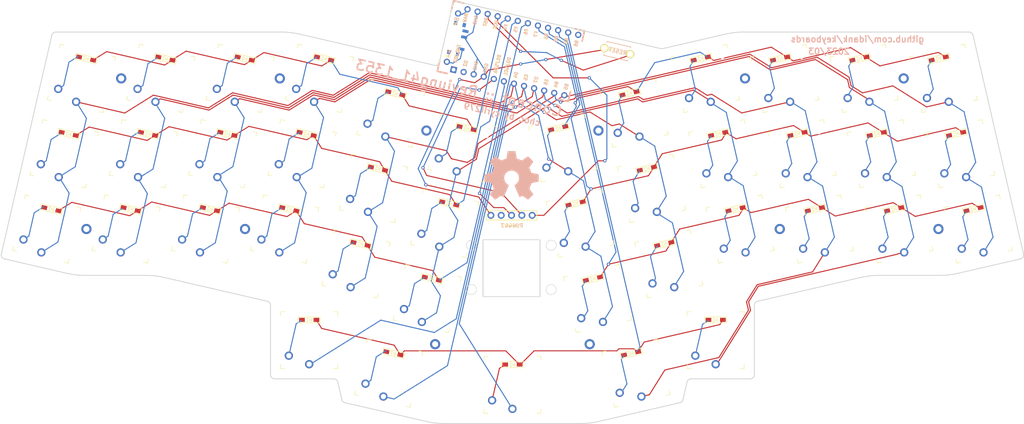
<source format=kicad_pcb>
(kicad_pcb (version 20221018) (generator pcbnew)
  (layers (0 "F.Cu" signal) (31 "B.Cu" signal) (34 "B.Paste" user) (35 "F.Paste" user) (36 "B.SilkS" user "B.Silkscreen") (37 "F.SilkS" user "F.Silkscreen") (38 "B.Mask" user) (39 "F.Mask" user) (44 "Edge.Cuts" user))
  (net 0 "")
  (net 1 "col0")
  (net 2 "col1")
  (net 3 "col2")
  (net 4 "col3")
  (net 5 "col4")
  (net 6 "col5")
  (net 7 "GND")
  (net 8 "Net-(D_D0-Pad2)")
  (net 9 "rowD")
  (net 10 "Net-(D_D1-Pad2)")
  (net 11 "Net-(D_D2-Pad2)")
  (net 12 "Net-(D_D3-Pad2)")
  (net 13 "Net-(D_D4-Pad2)")
  (net 14 "Net-(D_D5-Pad2)")
  (net 15 "Net-(D_E0-Pad2)")
  (net 16 "rowE")
  (net 17 "Net-(D_E1-Pad2)")
  (net 18 "Net-(D_E2-Pad2)")
  (net 19 "Net-(D_E3-Pad2)")
  (net 20 "Net-(D_E4-Pad2)")
  (net 21 "Net-(D_E5-Pad2)")
  (net 22 "Net-(D_F0-Pad2)")
  (net 23 "rowF")
  (net 24 "Net-(D_F1-Pad2)")
  (net 25 "Net-(D_F2-Pad2)")
  (net 26 "Net-(D_F3-Pad2)")
  (net 27 "Net-(D_F4-Pad2)")
  (net 28 "Net-(D_F5-Pad2)")
  (net 29 "rowG")
  (net 30 "Net-(D_G2-Pad2)")
  (net 31 "Net-(D_A0-Pad2)")
  (net 32 "rowA")
  (net 33 "Net-(D_A1-Pad2)")
  (net 34 "Net-(D_A2-Pad2)")
  (net 35 "Net-(D_A3-Pad2)")
  (net 36 "Net-(D_A4-Pad2)")
  (net 37 "Net-(D_A5-Pad2)")
  (net 38 "Net-(D_B0-Pad2)")
  (net 39 "rowB")
  (net 40 "Net-(D_B1-Pad2)")
  (net 41 "Net-(D_B2-Pad2)")
  (net 42 "Net-(D_B3-Pad2)")
  (net 43 "Net-(D_B4-Pad2)")
  (net 44 "Net-(D_B5-Pad2)")
  (net 45 "Net-(D_C0-Pad2)")
  (net 46 "rowC")
  (net 47 "Net-(D_C1-Pad2)")
  (net 48 "Net-(D_C2-Pad2)")
  (net 49 "Net-(D_C3-Pad2)")
  (net 50 "Net-(D_C4-Pad2)")
  (net 51 "Net-(D_C5-Pad2)")
  (net 52 "Net-(D_G0-Pad2)")
  (net 53 "Net-(D_G1-Pad2)")
  (net 54 "Net-(D_G3-Pad2)")
  (net 55 "Net-(D_G4-Pad2)")
  (net 56 "Net-(SW01-Pad1)")
  (net 57 "Net-(U1-Pad24)")
  (net 58 "VCC")
  (net 59 "SDA")
  (net 60 "SCL")
  (net 66 "reset")
  (footprint "kbd:D3_SMD_v2" (layer "F.Cu") (at 145.957283 71.310418 180)
    (fp_text reference "D_G2" hide)
    (fp_text value "D" hide)
  )
  (footprint "41_1353:layout_r41l2" (layer "F.Cu") (at 145.957285 -10.426659)
    (fp_text reference "REF**" hide)
    (fp_text value "layout_r41l2")
  )
  (footprint "keyswitches:SW_PG1350" (layer "F.Cu") (at 145.957285 76.310419)
    (fp_text reference "SwG2" hide)
    (fp_text value "SW_Push")
  )
  (footprint "kbd:D3_SMD_v2" (layer "F.Cu") (at 195.923144 60.326672 180)
    (fp_text reference "D_G4" hide)
    (fp_text value "D" hide)
  )
  (footprint "keyswitches:SW_PG1350" (layer "F.Cu") (at 195.923139 65.326673)
    (fp_text reference "SwG4" hide)
    (fp_text value "SW_Push")
  )
  (footprint "keyswitches:SW_PG1350" (layer "F.Cu") (at 95.991426 65.326672)
    (fp_text reference "SwG0" hide)
    (fp_text value "SW_Push")
  )
  (footprint "kbd:D3_SMD_v2" (layer "F.Cu") (at 95.991427 60.326673 180)
    (fp_text reference "D_G0" hide)
    (fp_text value "D" hide)
  )
  (footprint "keebMCU:ProMicroNiced" (layer "F.Cu") (at 131.48644 -1.173118 -13)
    (fp_text reference "U1" hide)
    (fp_text value "ProMicro" hide)
  )
  (footprint "keyswitches:SW_PG1350" (layer "F.Cu") (at 129.302915 36.576199 -13)
    (fp_text reference "SwB5" hide)
    (fp_text value "SW_Push")
  )
  (footprint "kbd:D3_SMD_v2" (layer "F.Cu") (at 130.427676 31.704349 167)
    (fp_text reference "D_B5" hide)
    (fp_text value "D" hide)
  )
  (footprint "kbd:D3_SMD_v2" (layer "F.Cu") (at 126.153604 50.21738 167)
    (fp_text reference "D_C5" hide)
    (fp_text value "D" hide)
  )
  (footprint "keyswitches:SW_PG1350" (layer "F.Cu") (at 125.028845 55.089228 -13)
    (fp_text reference "SwC5" hide)
    (fp_text value "SW_Push")
  )
  (footprint "keyswitches:SW_PG1350" (layer "F.Cu") (at 133.576986 18.06317 -13)
    (fp_text reference "SwA5" hide)
    (fp_text value "SW_Push")
  )
  (footprint "kbd:D3_SMD_v2" (layer "F.Cu") (at 134.701747 13.191318 167)
    (fp_text reference "D_A5" hide)
    (fp_text value "D" hide)
  )
  (footprint "kbd:D3_SMD_v2" (layer "F.Cu") (at 112.901386 23.156208 167)
    (fp_text reference "D_B4" hide)
    (fp_text value "D" hide)
  )
  (footprint "keyswitches:SW_PG1350" (layer "F.Cu") (at 111.776633 28.028057 -13)
    (fp_text reference "SwB4" hide)
    (fp_text value "SW_Push")
  )
  (footprint "kbd:D3_SMD_v2" (layer "F.Cu") (at 108.627319 41.669244 167)
    (fp_text reference "D_C4" hide)
    (fp_text value "D" hide)
  )
  (footprint "keyswitches:SW_PG1350" (layer "F.Cu") (at 107.502564 46.541093 -13)
    (fp_text reference "SwC4" hide)
    (fp_text value "SW_Push")
  )
  (footprint "kbd:D3_SMD_v2" (layer "F.Cu") (at 117.175457 4.643176 167)
    (fp_text reference "D_A4" hide)
    (fp_text value "D" hide)
  )
  (footprint "keyswitches:SW_PG1350" (layer "F.Cu") (at 116.050703 9.515031 -13)
    (fp_text reference "SwA4" hide)
    (fp_text value "SW_Push")
  )
  (footprint "keyswitches:SW_PG1350" (layer "F.Cu") (at 89.976278 37.992952 -13)
    (fp_text reference "SwC3" hide)
    (fp_text value "SW_Push")
  )
  (footprint "kbd:D3_SMD_v2" (layer "F.Cu") (at 91.101033 33.121101 167)
    (fp_text reference "D_C3" hide)
    (fp_text value "D" hide)
  )
  (footprint "keyswitches:SW_PG1350" (layer "F.Cu") (at 98.524419 0.96689 -13)
    (fp_text reference "SwA3" hide)
    (fp_text value "SW_Push")
  )
  (footprint "kbd:D3_SMD_v2" (layer "F.Cu") (at 99.649174 -3.904962 167)
    (fp_text reference "D_A3" hide)
    (fp_text value "D" hide)
  )
  (footprint "keyswitches:SW_PG1350" (layer "F.Cu") (at 94.250349 19.479921 -13)
    (fp_text reference "SwB3" hide)
    (fp_text value "SW_Push")
  )
  (footprint "kbd:D3_SMD_v2" (layer "F.Cu") (at 95.375103 14.608066 167)
    (fp_text reference "D_B3" hide)
    (fp_text value "D" hide)
  )
  (footprint "keyswitches:SW_PG1350" (layer "F.Cu") (at 79.024642 0.966889 -13)
    (fp_text reference "SwA2" hide)
    (fp_text value "SW_Push")
  )
  (footprint "kbd:D3_SMD_v2" (layer "F.Cu") (at 80.149396 -3.90496 167)
    (fp_text reference "D_A2" hide)
    (fp_text value "D" hide)
  )
  (footprint "keyswitches:SW_PG1350" (layer "F.Cu") (at 74.750567 19.479919 -13)
    (fp_text reference "SwB2" hide)
    (fp_text value "SW_Push")
  )
  (footprint "kbd:D3_SMD_v2" (layer "F.Cu") (at 75.875326 14.608069 167)
    (fp_text reference "D_B2" hide)
    (fp_text value "D" hide)
  )
  (footprint "keyswitches:SW_PG1350" (layer "F.Cu") (at 70.476498 37.99295 -13)
    (fp_text reference "SwC2" hide)
    (fp_text value "SW_Push")
  )
  (footprint "kbd:D3_SMD_v2" (layer "F.Cu") (at 71.601256 33.1211 167)
    (fp_text reference "D_C2" hide)
    (fp_text value "D" hide)
  )
  (footprint "keyswitches:SW_PG1350" (layer "F.Cu") (at 55.250792 19.47992 -13)
    (fp_text reference "SwB1" hide)
    (fp_text value "SW_Push")
  )
  (footprint "kbd:D3_SMD_v2" (layer "F.Cu") (at 56.375548 14.608069 167)
    (fp_text reference "D_B1" hide)
    (fp_text value "D" hide)
  )
  (footprint "keyswitches:SW_PG1350" (layer "F.Cu") (at 59.524864 0.966886 -13)
    (fp_text reference "SwA1" hide)
    (fp_text value "SW_Push")
  )
  (footprint "kbd:D3_SMD_v2" (layer "F.Cu") (at 60.649618 -3.904961 167)
    (fp_text reference "D_A1" hide)
    (fp_text value "D" hide)
  )
  (footprint "kbd:D3_SMD_v2" (layer "F.Cu") (at 52.101479 33.121101 167)
    (fp_text reference "D_C1" hide)
    (fp_text value "D" hide)
  )
  (footprint "keyswitches:SW_PG1350" (layer "F.Cu") (at 50.976721 37.992948 -13)
    (fp_text reference "SwC1" hide)
    (fp_text value "SW_Push")
  )
  (footprint "keyswitches:SW_PG1350" (layer "F.Cu") (at 35.75101 19.479919 -13)
    (fp_text reference "SwB0" hide)
    (fp_text value "SW_Push")
  )
  (footprint "kbd:D3_SMD_v2" (layer "F.Cu") (at 32.601699 33.121101 167)
    (fp_text reference "D_C0" hide)
    (fp_text value "D" hide)
  )
  (footprint "keyswitches:SW_PG1350" (layer "F.Cu") (at 31.476941 37.992948 -13)
    (fp_text reference "SwC0" hide)
    (fp_text value "SW_Push")
  )
  (footprint "keyswitches:SW_PG1350" (layer "F.Cu") (at 40.02508 0.966891 -13)
    (fp_text reference "SwA0" hide)
    (fp_text value "SW_Push")
  )
  (footprint "kbd:D3_SMD_v2" (layer "F.Cu") (at 41.149841 -3.904962 167)
    (fp_text reference "D_A0" hide)
    (fp_text value "D" hide)
  )
  (footprint "kbd:D3_SMD_v2" (layer "F.Cu") (at 116.688489 68.558269 167)
    (fp_text reference "D_G1" hide)
    (fp_text value "D" hide)
  )
  (footprint "keyswitches:SW_PG1350" (layer "F.Cu") (at 115.563736 73.43012 -13)
    (fp_text reference "SwG1" hide)
    (fp_text value "SW_Push")
  )
  (footprint "kbd:D3_SMD_v2" (layer "F.Cu") (at 175.131838 68.580026 -167)
    (fp_text reference "D_G3" hide)
    (fp_text value "D" hide)
  )
  (footprint "keyswitches:SW_PG1350" (layer "F.Cu") (at 176.350835 73.430118 13)
    (fp_text reference "SwG3" hide)
    (fp_text value "SW_Push")
  )
  (footprint "kbd:D3_SMD_v2" (layer "F.Cu") (at 36.87577 14.608069 167)
    (fp_text reference "D_B0" hide)
    (fp_text value "D" hide)
  )
  (footprint "keyswitches:SW_PG1350" (layer "F.Cu") (at 260.437625 37.992955 13)
    (fp_text reference "SwF5" hide)
    (fp_text value "SW_Push")
  )
  (footprint "kbd:D3_SMD_v2" (layer "F.Cu") (at 259.31287 33.121101 -167)
    (fp_text reference "D_F5" hide)
    (fp_text value "D" hide)
  )
  (footprint "keyswitches:SW_PG1350" (layer "F.Cu") (at 232.389707 0.966887 13)
    (fp_text reference "SwD4" hide)
    (fp_text value "SW_Push")
  )
  (footprint "kbd:D3_SMD_v2" (layer "F.Cu") (at 231.264954 -3.904962 -167)
    (fp_text reference "D_D4" hide)
    (fp_text value "D" hide)
  )
  (footprint "keyswitches:SW_PG1350" (layer "F.Cu") (at 240.937848 37.992953 13)
    (fp_text reference "SwF4" hide)
    (fp_text value "SW_Push")
  )
  (footprint "kbd:D3_SMD_v2" (layer "F.Cu") (at 239.813092 33.1211 -167)
    (fp_text reference "D_F4" hide)
    (fp_text value "D" hide)
  )
  (footprint "keyswitches:SW_PG1350" (layer "F.Cu") (at 236.663778 19.479921 13)
    (fp_text reference "SwE4" hide)
    (fp_text value "SW_Push")
  )
  (footprint "kbd:D3_SMD_v2" (layer "F.Cu") (at 235.539021 14.608067 -167)
    (fp_text reference "D_E4" hide)
    (fp_text value "D" hide)
  )
  (footprint "keyswitches:SW_PG1350" (layer "F.Cu") (at 251.889485 0.96689 13)
    (fp_text reference "SwD5" hide)
    (fp_text value "SW_Push")
  )
  (footprint "kbd:D3_SMD_v2" (layer "F.Cu") (at 250.76473 -3.904961 -167)
    (fp_text reference "D_D5" hide)
    (fp_text value "D" hide)
  )
  (footprint "keyswitches:SW_PG1350" (layer "F.Cu") (at 256.163556 19.479917 13)
    (fp_text reference "SwE5" hide)
    (fp_text value "SW_Push")
  )
  (footprint "kbd:D3_SMD_v2" (layer "F.Cu") (at 255.038799 14.608069 -167)
    (fp_text reference "D_E5" hide)
    (fp_text value "D" hide)
  )
  (footprint "keyswitches:SW_PG1350" (layer "F.Cu") (at 217.163999 19.47992 13)
    (fp_text reference "SwE3" hide)
    (fp_text value "SW_Push")
  )
  (footprint "kbd:D3_SMD_v2" (layer "F.Cu") (at 216.039244 14.608071 -167)
    (fp_text reference "D_E3" hide)
    (fp_text value "D" hide)
  )
  (footprint "keyswitches:SW_PG1350" (layer "F.Cu") (at 221.43807 37.992951 13)
    (fp_text reference "SwF3" hide)
    (fp_text value "SW_Push")
  )
  (footprint "kbd:D3_SMD_v2" (layer "F.Cu") (at 220.313313 33.1211 -167)
    (fp_text reference "D_F3" hide)
    (fp_text value "D" hide)
  )
  (footprint "kbd:D3_SMD_v2" (layer "F.Cu") (at 211.765174 -3.90496 -167)
    (fp_text reference "D_D3" hide)
    (fp_text value "D" hide)
  )
  (footprint "keyswitches:SW_PG1350" (layer "F.Cu") (at 212.88993 0.966889 13)
    (fp_text reference "SwD3" hide)
    (fp_text value "SW_Push")
  )
  (footprint "keyswitches:SW_PG1350" (layer "F.Cu") (at 193.390151 0.966892 13)
    (fp_text reference "SwD2" hide)
    (fp_text value "SW_Push")
  )
  (footprint "kbd:D3_SMD_v2" (layer "F.Cu") (at 192.265398 -3.904964 -167)
    (fp_text reference "D_D2" hide)
    (fp_text value "D" hide)
  )
  (footprint "keyswitches:SW_PG1350" (layer "F.Cu") (at 197.66422 19.47992 13)
    (fp_text reference "SwE2" hide)
    (fp_text value "SW_Push")
  )
  (footprint "kbd:D3_SMD_v2" (layer "F.Cu") (at 196.539466 14.608067 -167)
    (fp_text reference "D_E2" hide)
    (fp_text value "D" hide)
  )
  (footprint "keyswitches:SW_PG1350" (layer "F.Cu") (at 201.938291 37.992953 13)
    (fp_text reference "SwF2" hide)
    (fp_text value "SW_Push")
  )
  (footprint "kbd:D3_SMD_v2" (layer "F.Cu") (at 200.813535 33.121101 -167)
    (fp_text reference "D_F2" hide)
    (fp_text value "D" hide)
  )
  (footprint "kbd:D3_SMD_v2" (layer "F.Cu") (at 183.287253 41.669241 -167)
    (fp_text reference "D_F1" hide)
    (fp_text value "D" hide)
  )
  (footprint "keyswitches:SW_PG1350" (layer "F.Cu") (at 184.412005 46.541091 13)
    (fp_text reference "SwF1" hide)
    (fp_text value "SW_Push")
  )
  (footprint "keyswitches:SW_PG1350" (layer "F.Cu") (at 175.863865 9.51503 13)
    (fp_text reference "SwD1" hide)
    (fp_text value "SW_Push")
  )
  (footprint "kbd:D3_SMD_v2" (layer "F.Cu") (at 174.73911 4.643179 -167)
    (fp_text reference "D_D1" hide)
    (fp_text value "D" hide)
  )
  (footprint "kbd:D3_SMD_v2" (layer "F.Cu") (at 179.013181 23.156208 -167)
    (fp_text reference "D_E1" hide)
    (fp_text value "D" hide)
  )
  (footprint "keyswitches:SW_PG1350" (layer "F.Cu") (at 180.137936 28.028057 13)
    (fp_text reference "SwE1" hide)
    (fp_text value "SW_Push")
  )
  (footprint "kbd:D3_SMD_v2" (layer "F.Cu") (at 161.486897 31.704351 -167)
    (fp_text reference "D_E0" hide)
    (fp_text value "D" hide)
  )
  (footprint "keyswitches:SW_PG1350" (layer "F.Cu") (at 162.611654 36.5762 13)
    (fp_text reference "SwE0" hide)
    (fp_text value "SW_Push")
  )
  (footprint "kbd:D3_SMD_v2" (layer "F.Cu") (at 165.760969 50.21738 -167)
    (fp_text reference "D_F0" hide)
    (fp_text value "D" hide)
  )
  (footprint "keyswitches:SW_PG1350" (layer "F.Cu") (at 166.885723 55.089233 13)
    (fp_text reference "SwF0" hide)
    (fp_text value "SW_Push")
  )
  (footprint "kbd:D3_SMD_v2" (layer "F.Cu") (at 157.212828 13.191318 -167)
    (fp_text reference "D_D0" hide)
    (fp_text value "D" hide)
  )
  (footprint "keyswitches:SW_PG1350" (layer "F.Cu") (at 158.337582 18.063166 13)
    (fp_text reference "SwD0" hide)
    (fp_text value "SW_Push")
  )
  (footprint "41_1353:edgecuts_r41l2_pcb" (layer "F.Cu") (at 145.957285 -10.426659)
    (fp_text reference "REF**" hide)
    (fp_text value "edgecuts_r41l2_pcb")
    (fp_line (start -124.899521 55.764044) (end -109.581168 59.300565) (stroke (width 0.2)) (layer "Edge.Cuts"))
    (fp_line (start -113.230615 0.775048) (end -125.64894 54.564723) (stroke (width 0.2)) (layer "Edge.Cuts"))
    (fp_line (start -105.082147 59.813163) (end -90.139794 59.813163) (stroke (width 0.2)) (layer "Edge.Cuts"))
    (fp_line (start -85.640772 60.325762) (end -60.240908 66.189783) (stroke (width 0.2)) (layer "Edge.Cuts"))
    (fp_line (start -59.465859 67.164153) (end -59.465859 84.253334) (stroke (width 0.2)) (layer "Edge.Cuts"))
    (fp_line (start -58.465859 85.253334) (end -43.903779 85.253334) (stroke (width 0.2)) (layer "Edge.Cuts"))
    (fp_line (start -56.831059 0) (end -112.256245 0) (stroke (width 0.2)) (layer "Edge.Cuts"))
    (fp_line (start -42.929409 86.028383) (end -41.927666 90.367408) (stroke (width 0.2)) (layer "Edge.Cuts"))
    (fp_line (start -41.178247 91.116827) (end -21.220308 95.72448) (stroke (width 0.2)) (layer "Edge.Cuts"))
    (fp_line (start -19.157564 8.171529) (end -52.332037 0.512598) (stroke (width 0.2)) (layer "Edge.Cuts"))
    (fp_line (start -16.721287 96.237079) (end 16.721287 96.237079) (stroke (width 0.2)) (layer "Edge.Cuts"))
    (fp_line (start -14.694203 -6.715999) (end -17.958243 7.42211) (stroke (width 0.2)) (layer "Edge.Cuts"))
    (fp_line (start 21.220308 95.72448) (end 41.178247 91.116827) (stroke (width 0.2)) (layer "Edge.Cuts"))
    (fp_line (start 36.246969 4.018393) (end -13.494882 -7.465418) (stroke (width 0.2)) (layer "Edge.Cuts"))
    (fp_line (start 41.927666 90.367408) (end 42.929409 86.028383) (stroke (width 0.2)) (layer "Edge.Cuts"))
    (fp_line (start 43.903779 85.253334) (end 58.465859 85.253334) (stroke (width 0.2)) (layer "Edge.Cuts"))
    (fp_line (start 52.332037 0.512598) (end 37.146773 4.018393) (stroke (width 0.2)) (layer "Edge.Cuts"))
    (fp_line (start 59.465859 84.253334) (end 59.465859 67.164153) (stroke (width 0.2)) (layer "Edge.Cuts"))
    (fp_line (start 60.240908 66.189783) (end 85.640772 60.325762) (stroke (width 0.2)) (layer "Edge.Cuts"))
    (fp_line (start 90.139794 59.813163) (end 105.082147 59.813163) (stroke (width 0.2)) (layer "Edge.Cuts"))
    (fp_line (start 109.581168 59.300565) (end 124.899521 55.764044) (stroke (width 0.2)) (layer "Edge.Cuts"))
    (fp_line (start 112.256245 0) (end 56.831059 0) (stroke (width 0.2)) (layer "Edge.Cuts"))
    (fp_line (start 125.64894 54.564723) (end 113.230615 0.775048) (stroke (width 0.2)) (layer "Edge.Cuts"))
    (fp_arc (start -124.89952 55.764045) (mid -125.522618 55.319594) (end -125.64894 54.564723) (stroke (width 0.2)) (layer "Edge.Cuts"))
    (fp_arc (start -113.230614 0.775048) (mid -112.878759 0.217392) (end -112.256245 0) (stroke (width 0.2)) (layer "Edge.Cuts"))
    (fp_arc (start -105.082147 59.813164) (mid -107.346211 59.684601) (end -109.581168 59.300565) (stroke (width 0.2)) (layer "Edge.Cuts"))
    (fp_arc (start -90.139793 59.813163) (mid -87.875729 59.941726) (end -85.640772 60.325762) (stroke (width 0.2)) (layer "Edge.Cuts"))
    (fp_arc (start -60.240908 66.189783) (mid -59.68325 66.541638) (end -59.465859 67.164153) (stroke (width 0.2)) (layer "Edge.Cuts"))
    (fp_arc (start -58.465859 85.253334) (mid -59.172966 84.960441) (end -59.465859 84.253334) (stroke (width 0.2)) (layer "Edge.Cuts"))
    (fp_arc (start -56.831058 -0.000001) (mid -54.566994 0.128562) (end -52.332037 0.512598) (stroke (width 0.2)) (layer "Edge.Cuts"))
    (fp_arc (start -43.903779 85.253334) (mid -43.281264 85.470726) (end -42.929409 86.028383) (stroke (width 0.2)) (layer "Edge.Cuts"))
    (fp_arc (start -41.178247 91.116827) (mid -41.660403 90.849564) (end -41.927666 90.367408) (stroke (width 0.2)) (layer "Edge.Cuts"))
    (fp_arc (start -17.958243 7.42211) (mid -18.402694 8.045207) (end -19.157564 8.171529) (stroke (width 0.2)) (layer "Edge.Cuts"))
    (fp_arc (start -16.721287 96.237079) (mid -18.985351 96.108516) (end -21.220308 95.72448) (stroke (width 0.2)) (layer "Edge.Cuts"))
    (fp_arc (start -14.694203 -6.715999) (mid -14.249752 -7.339096) (end -13.494882 -7.465418) (stroke (width 0.2)) (layer "Edge.Cuts"))
    (fp_arc (start 21.220308 95.72448) (mid 18.985351 96.108511) (end 16.721287 96.237079) (stroke (width 0.2)) (layer "Edge.Cuts"))
    (fp_arc (start 37.146773 4.018393) (mid 36.696871 4.069653) (end 36.246969 4.018393) (stroke (width 0.2)) (layer "Edge.Cuts"))
    (fp_arc (start 41.927666 90.367408) (mid 41.660372 90.849524) (end 41.178247 91.116827) (stroke (width 0.2)) (layer "Edge.Cuts"))
    (fp_arc (start 42.929409 86.028383) (mid 43.28127 85.470714) (end 43.903779 85.253334) (stroke (width 0.2)) (layer "Edge.Cuts"))
    (fp_arc (start 52.332038 0.512599) (mid 54.566994 0.128554) (end 56.831059 0) (stroke (width 0.2)) (layer "Edge.Cuts"))
    (fp_arc (start 59.465859 67.164153) (mid 59.683265 66.541653) (end 60.240908 66.189783) (stroke (width 0.2)) (layer "Edge.Cuts"))
    (fp_arc (start 59.465859 84.253334) (mid 59.172805 84.960258) (end 58.465859 85.253334) (stroke (width 0.2)) (layer "Edge.Cuts"))
    (fp_arc (start 85.640773 60.325762) (mid 87.87573 59.941726) (end 90.139794 59.813163) (stroke (width 0.2)) (layer "Edge.Cuts"))
    (fp_arc (start 109.581168 59.300564) (mid 107.346211 59.684598) (end 105.082147 59.813163) (stroke (width 0.2)) (layer "Edge.Cuts"))
    (fp_arc (start 112.256245 -0.000001) (mid 112.878761 0.217399) (end 113.230615 0.775048) (stroke (width 0.2)) (layer "Edge.Cuts"))
    (fp_arc (start 125.648939 54.564722) (mid 125.52263 55.319602) (end 124.899521 55.764044) (stroke (width 0.2)) (layer "Edge.Cuts"))
  )
  (footprint "kbd:ResetSW" (layer "F.Cu") (at 171.733297 -5.731091 -13)
    (fp_text reference "RSW1" hide)
    (fp_text value "SW_PUSH")
  )
  (footprint "pimoroni:pim447" (layer "F.Cu") (at 150.813654 34.630174 180)
    (fp_text reference "J2")
    (fp_text value "PIM" hide)
    (fp_line (start -1.91 -20) (end 12.09 -20) (stroke (width 0.15)) (layer "Edge.Cuts"))
    (fp_line (start -1.91 -6) (end -1.91 -20) (stroke (width 0.15)) (layer "Edge.Cuts"))
    (fp_line (start 12.09 -20) (end 12.09 -6) (stroke (width 0.15)) (layer "Edge.Cuts"))
    (fp_line (start 12.09 -6) (end -1.91 -6) (stroke (width 0.15)) (layer "Edge.Cuts"))
    (fp_circle (center -4.68 -7.35) (end -3.43 -7.35) (stroke (width 0.12)) (fill none) (layer "Edge.Cuts"))
    (fp_circle (center -4.66 -18.25) (end -3.41 -18.25) (stroke (width 0.12)) (fill none) (layer "Edge.Cuts"))
    (fp_circle (center 14.92 -7.35) (end 16.17 -7.35) (stroke (width 0.12)) (fill none) (layer "Edge.Cuts"))
    (fp_circle (center 14.94 -18.25) (end 16.19 -18.25) (stroke (width 0.12)) (fill none) (layer "Edge.Cuts"))
  )
  (footprint "pimoroni global:pim447" (layer "F.Cu") (at 150.813654 34.630174 180)
    (fp_text reference "J3")
    (fp_text value "Pimoroni" hide)
    (fp_line (start -1.91 -20) (end 12.09 -20) (stroke (width 0.15)) (layer "Edge.Cuts"))
    (fp_line (start -1.91 -6) (end -1.91 -20) (stroke (width 0.15)) (layer "Edge.Cuts"))
    (fp_line (start 12.09 -20) (end 12.09 -6) (stroke (width 0.15)) (layer "Edge.Cuts"))
    (fp_line (start 12.09 -6) (end -1.91 -6) (stroke (width 0.15)) (layer "Edge.Cuts"))
  )
  (footprint "keeblib:switch_SSSS811101" (layer "B.Cu") (at 132.210607 -8.826369 77)
    (fp_text reference "SW01" hide)
    (fp_text value "SW_SPDT")
  )
  (footprint "Symbol:OSHW-Symbol_13.4x12mm_SilkScreen" (layer "B.Cu") (at 145.773654 24.830174 180)
    (fp_text reference "REF**" hide)
    (fp_text value "OSHW-Symbol_13.4x12mm_SilkScreen" hide)
  )
  (gr_text "github.com/idank/keyboards" (at 230.773654 -8.669826) (layer "B.SilkS") (effects (font (size 1.5 1.5) (thickness 0.3)) (justify mirror)))
  (gr_text "2023/03\n" (at 223.773654 -5.669826) (layer "B.SilkS") (effects (font (size 1.5 1.5) (thickness 0.3)) (justify mirror)))
  (gr_text "Concept :: Reviung41_1353" (at 132.773654 3.330174 -13) (layer "B.SilkS") (effects (font (size 2.5 2.5) (thickness 0.4)) (justify mirror)))
  (gr_text "choc by cyril279" (at 143.4 9.8 -13) (layer "B.SilkS") (effects (font (size 1.5 1.5) (thickness 0.3)) (justify mirror)))
  (segment (start 50.658666 9.47704) (end 38.697871 6.715673) (width 0.25) (layer "F.Cu") (net 1))
  (segment (start 110.762501 -0.429436) (end 101.903718 5.106147) (width 0.25) (layer "F.Cu") (net 1))
  (segment (start 159.664793 23.811953) (end 154.86751 20.814277) (width 0.25) (layer "F.Cu") (net 1))
  (segment (start 142.97876 7.008273) (end 110.762501 -0.429436) (width 0.25) (layer "F.Cu") (net 1))
  (segment (start 154.86751 20.814277) (end 154.864471 20.801119) (width 0.25) (layer "F.Cu") (net 1))
  (segment (start 145.619445 5.35819) (end 142.97876 7.008273) (width 0.25) (layer "F.Cu") (net 1))
  (segment (start 101.903718 5.106147) (end 96.745495 3.915276) (width 0.25) (layer "F.Cu") (net 1))
  (segment (start 90.77756 7.644456) (end 77.179162 4.505019) (width 0.25) (layer "F.Cu") (net 1))
  (segment (start 96.745495 3.915276) (end 90.77756 7.644456) (width 0.25) (layer "F.Cu") (net 1))
  (segment (start 146.335842 2.255138) (end 145.619445 5.35819) (width 0.25) (layer "F.Cu") (net 1))
  (segment (start 71.242504 8.214653) (end 57.687158 5.085151) (width 0.25) (layer "F.Cu") (net 1))
  (segment (start 57.687158 5.085151) (end 50.658666 9.47704) (width 0.25) (layer "F.Cu") (net 1))
  (segment (start 77.179162 4.505019) (end 71.242504 8.214653) (width 0.25) (layer "F.Cu") (net 1))
  (via (at 154.864471 20.801119) (size 0.8) (drill 0.4) (layers "F.Cu" "B.Cu") (net 1))
  (segment (start 155.507679 13.584982) (end 154.570905 15.084135) (width 0.25) (layer "B.Cu") (net 1))
  (segment (start 154.864471 20.801119) (end 152.39001 10.083048) (width 0.25) (layer "B.Cu") (net 1))
  (segment (start 30.149728 43.741732) (end 34.210408 41.20434) (width 0.25) (layer "B.Cu") (net 1))
  (segment (start 132.14303 60.055371) (end 145.415139 2.567534) (width 0.25) (layer "B.Cu") (net 1))
  (segment (start 96.207776 71.276619) (end 113.618708 60.397061) (width 0.25) (layer "B.Cu") (net 1))
  (segment (start 158.844976 33.597166) (end 160.000439 38.602014) (width 0.25) (layer "B.Cu") (net 1))
  (segment (start 38.484251 22.692287) (end 41.235261 10.77635) (width 0.25) (layer "B.Cu") (net 1))
  (segment (start 160.000439 38.602014) (end 158.501598 41.000656) (width 0.25) (layer "B.Cu") (net 1))
  (segment (start 164.055819 50.611046) (end 163.119045 52.110198) (width 0.25) (layer "B.Cu") (net 1))
  (segment (start 167.688943 44.657032) (end 163.935826 42.311826) (width 0.25) (layer "B.Cu") (net 1))
  (segment (start 34.210408 41.20434) (end 36.983007 29.194899) (width 0.25) (layer "B.Cu") (net 1))
  (segment (start 163.935826 42.311826) (end 166.281033 38.558706) (width 0.25) (layer "B.Cu") (net 1))
  (segment (start 27.069529 39.74644) (end 28.396513 33.998638) (width 0.25) (layer "B.Cu") (net 1))
  (segment (start 28.396513 33.998638) (end 30.733975 32.538029) (width 0.25) (layer "B.Cu") (net 1))
  (segment (start 168.212935 60.838014) (end 170.558143 57.084898) (width 0.25) (layer "B.Cu") (net 1))
  (segment (start 145.415139 2.567534) (end 146.014802 2.192826) (width 0.25) (layer "B.Cu") (net 1))
  (segment (start 164.499456 58.089413) (end 163.000619 60.488056) (width 0.25) (layer "B.Cu") (net 1))
  (segment (start 152.39001 10.083048) (end 147.592727 7.085372) (width 0.25) (layer "B.Cu") (net 1))
  (segment (start 166.281033 38.558706) (end 163.414873 26.144) (width 0.25) (layer "B.Cu") (net 1))
  (segment (start 34.298416 3.544742) (end 35.617668 2.720381) (width 0.25) (layer "B.Cu") (net 1))
  (segment (start 159.78175 32.098012) (end 158.844976 33.597166) (width 0.25) (layer "B.Cu") (net 1))
  (segment (start 155.951318 21.063354) (end 154.452478 23.461996) (width 0.25) (layer "B.Cu") (net 1))
  (segment (start 90.991427 69.126673) (end 92.799943 61.293115) (width 0.25) (layer "B.Cu") (net 1))
  (segment (start 163.119045 52.110198) (end 164.499456 58.089413) (width 0.25) (layer "B.Cu") (net 1))
  (segment (start 25.750277 40.5708) (end 27.069529 39.74644) (width 0.25) (layer "B.Cu") (net 1))
  (segment (start 30.024347 22.057769) (end 31.343598 21.23341) (width 0.25) (layer "B.Cu") (net 1))
  (segment (start 147.592727 7.085372) (end 146.467969 2.213521) (width 0.25) (layer "B.Cu") (net 1))
  (segment (start 92.799943 61.293115) (end 94.066776 60.501512) (width 0.25) (layer "B.Cu") (net 1))
  (segment (start 36.983007 29.194899) (end 34.482324 25.192972) (width 0.25) (layer "B.Cu") (net 1))
  (segment (start 38.734582 6.774424) (end 38.756395 6.67994) (width 0.25) (layer "B.Cu") (net 1))
  (segment (start 126.746083 63.427755) (end 132.14303 60.055371) (width 0.25) (layer "B.Cu") (net 1))
  (segment (start 36.944654 -3.027425) (end 39.282116 -4.488033) (width 0.25) (layer "B.Cu") (net 1))
  (segment (start 95.991425 71.226672) (end 96.207776 71.276619) (width 0.25) (layer "B.Cu") (net 1))
  (segment (start 35.617668 2.720381) (end 36.944654 -3.027425) (width 0.25) (layer "B.Cu") (net 1))
  (segment (start 41.235261 10.77635) (end 38.734582 6.774424) (width 0.25) (layer "B.Cu") (net 1))
  (segment (start 163.414873 26.144) (end 159.661755 23.798793) (width 0.25) (layer "B.Cu") (net 1))
  (segment (start 170.558143 57.084898) (end 167.688943 44.657032) (width 0.25) (layer "B.Cu") (net 1))
  (segment (start 31.343598 21.23341) (end 32.55811 15.972791) (width 0.25) (layer "B.Cu") (net 1))
  (segment (start 154.570905 15.084135) (end 155.951318 21.063354) (width 0.25) (layer "B.Cu") (net 1))
  (segment (start 113.618708 60.397061) (end 126.746083 63.427755) (width 0.25) (layer "B.Cu") (net 1))
  (segment (start 34.482324 25.192972) (end 38.484251 22.692287) (width 0.25) (layer "B.Cu") (net 1))
  (segment (start 32.55811 15.972791) (end 34.895569 14.512184) (width 0.25) (layer "B.Cu") (net 1))
  (segment (start 156.737392 11.131984) (end 153.73909 9.258434) (width 0.25) (layer "F.Cu") (net 2))
  (segment (start 59.365661 5.985816) (end 58.197652 6.715671) (width 0.25) (layer "F.Cu") (net 2))
  (segment (start 165.019537 9.219902) (end 156.737392 11.131984) (width 0.25) (layer "F.Cu") (net 2))
  (segment (start 77.281607 5.066357) (end 71.373621 8.758076) (width 0.25) (layer "F.Cu") (net 2))
  (segment (start 148.215816 5.403407) (end 144.327839 7.832884) (width 0.25) (layer "F.Cu") (net 2))
  (segment (start 96.91939 4.468575) (end 90.922784 8.21567) (width 0.25) (layer "F.Cu") (net 2))
  (segment (start 172.241471 12.170952) (end 170.416482 12.592283) (width 0.25) (layer "F.Cu") (net 2))
  (segment (start 110.893615 0.113987) (end 102.034833 5.649569) (width 0.25) (layer "F.Cu") (net 2))
  (segment (start 144.327839 7.832884) (end 110.893615 0.113987) (width 0.25) (layer "F.Cu") (net 2))
  (segment (start 170.416482 12.592283) (end 165.019537 9.219902) (width 0.25) (layer "F.Cu") (net 2))
  (segment (start 148.81074 2.826513) (end 148.215816 5.403407) (width 0.25) (layer "F.Cu") (net 2))
  (segment (start 71.373621 8.758076) (end 59.365661 5.985816) (width 0.25) (layer "F.Cu") (net 2))
  (segment (start 90.922784 8.21567) (end 77.281607 5.066357) (width 0.25) (layer "F.Cu") (net 2))
  (segment (start 102.034833 5.649569) (end 96.91939 4.468575) (width 0.25) (layer "F.Cu") (net 2))
  (segment (start 177.191076 15.263808) (end 172.241471 12.170952) (width 0.25) (layer "F.Cu") (net 2))
  (via (at 145.976892 6.802444) (size 0.8) (drill 0.4) (layers "F.Cu" "B.Cu") (net 2))
  (via (at 153.73909 9.258434) (size 0.8) (drill 0.4) (layers "F.Cu" "B.Cu") (net 2))
  (segment (start 50.84338 21.233409) (end 52.195899 15.375006) (width 0.25) (layer "B.Cu") (net 2))
  (segment (start 175.62184 26.248346) (end 176.864243 31.629783) (width 0.25) (layer "B.Cu") (net 2))
  (segment (start 153.73909 9.258434) (end 149.541465 6.635468) (width 0.25) (layer "B.Cu") (net 2))
  (segment (start 129.995473 71.580156) (end 144.77757 7.55186) (width 0.25) (layer "B.Cu") (net 2))
  (segment (start 49.524129 22.057771) (end 50.84338 21.233409) (width 0.25) (layer "B.Cu") (net 2))
  (segment (start 179.895911 44.761377) (end 181.138314 50.142817) (width 0.25) (layer "B.Cu") (net 2))
  (segment (start 114.236523 79.178905) (end 116.864123 79.785534) (width 0.25) (layer "B.Cu") (net 2))
  (segment (start 45.250057 40.570798) (end 46.569309 39.74644) (width 0.25) (layer "B.Cu") (net 2))
  (segment (start 52.195899 15.375006) (end 53.933696 14.289111) (width 0.25) (layer "B.Cu") (net 2))
  (segment (start 57.597256 23.256233) (end 60.482557 10.758625) (width 0.25) (layer "B.Cu") (net 2))
  (segment (start 116.864123 79.785534) (end 129.995473 71.580156) (width 0.25) (layer "B.Cu") (net 2))
  (segment (start 185.710648 52.166121) (end 188.055855 48.413005) (width 0.25) (layer "B.Cu") (net 2))
  (segment (start 188.055855 48.413005) (end 185.30217 36.485484) (width 0.25) (layer "B.Cu") (net 2))
  (segment (start 56.208486 29.271656) (end 53.895159 25.56956) (width 0.25) (layer "B.Cu") (net 2))
  (segment (start 181.582103 42.062904) (end 179.895911 44.761377) (width 0.25) (layer "B.Cu") (net 2))
  (segment (start 53.410355 41.391696) (end 56.208486 29.271656) (width 0.25) (layer "B.Cu") (net 2))
  (segment (start 181.138314 50.142817) (end 180.388897 51.342136) (width 0.25) (layer "B.Cu") (net 2))
  (segment (start 60.482557 10.758625) (end 58.16923 7.056527) (width 0.25) (layer "B.Cu") (net 2))
  (segment (start 47.80935 34.375227) (end 50.146811 32.91462) (width 0.25) (layer "B.Cu") (net 2))
  (segment (start 109.837071 76.007972) (end 111.156322 75.18361) (width 0.25) (layer "B.Cu") (net 2))
  (segment (start 55.11745 2.720378) (end 56.357493 -2.650839) (width 0.25) (layer "B.Cu") (net 2))
  (segment (start 46.569309 39.74644) (end 47.80935 34.375227) (width 0.25) (layer "B.Cu") (net 2))
  (segment (start 180.944194 17.60902) (end 183.781785 29.899972) (width 0.25) (layer "B.Cu") (net 2))
  (segment (start 173.339592 11.917431) (end 171.840755 14.316073) (width 0.25) (layer "B.Cu") (net 2))
  (segment (start 56.357493 -2.650839) (end 58.694952 -4.111443) (width 0.25) (layer "B.Cu") (net 2))
  (segment (start 176.864243 31.629783) (end 176.114824 32.829104) (width 0.25) (layer "B.Cu") (net 2))
  (segment (start 53.895159 25.56956) (end 57.597256 23.256233) (width 0.25) (layer "B.Cu") (net 2))
  (segment (start 144.77757 7.55186) (end 145.976892 6.802444) (width 0.25) (layer "B.Cu") (net 2))
  (segment (start 177.191076 15.263808) (end 180.944194 17.60902) (width 0.25) (layer "B.Cu") (net 2))
  (segment (start 173.033963 5.036843) (end 172.09719 6.535993) (width 0.25) (layer "B.Cu") (net 2))
  (segment (start 177.308033 23.549872) (end 175.62184 26.248346) (width 0.25) (layer "B.Cu") (net 2))
  (segment (start 111.156322 75.18361) (end 112.487084 69.419449) (width 0.25) (layer "B.Cu") (net 2))
  (segment (start 53.933696 14.289111) (end 54.420881 14.401589) (width 0.25) (layer "B.Cu") (net 2))
  (segment (start 49.649509 43.741733) (end 53.410355 41.391696) (width 0.25) (layer "B.Cu") (net 2))
  (segment (start 185.30217 36.485484) (end 181.549052 34.140276) (width 0.25) (layer "B.Cu") (net 2))
  (segment (start 53.798198 3.544737) (end 55.11745 2.720378) (width 0.25) (layer "B.Cu") (net 2))
  (segment (start 183.781785 29.899972) (end 181.436576 33.653088) (width 0.25) (layer "B.Cu") (net 2))
  (segment (start 112.487084 69.419449) (end 114.94054 67.886359) (width 0.25) (layer "B.Cu") (net 2))
  (segment (start 172.09719 6.535993) (end 173.339592 11.917431) (width 0.25) (layer "B.Cu") (net 2))
  (segment (start 149.541465 6.635468) (end 148.641661 2.737988) (width 0.25) (layer "B.Cu") (net 2))
  (segment (start 177.948607 6.748142) (end 176.749286 5.998723) (width 0.25) (layer "F.Cu") (net 3))
  (segment (start 158.086471 10.307371) (end 155.08817 8.433825) (width 0.25) (layer "F.Cu") (net 3))
  (segment (start 111.024733 0.657409) (end 145.676917 8.657497) (width 0.25) (layer "F.Cu") (net 3))
  (segment (start 147.206039 7.701995) (end 146.72631 8.001763) (width 0.25) (layer "F.Cu") (net 3))
  (segment (start 150.812191 5.448621) (end 147.206039 7.701995) (width 0.25) (layer "F.Cu") (net 3))
  (segment (start 151.285643 3.397885) (end 150.812191 5.448621) (width 0.25) (layer "F.Cu") (net 3))
  (segment (start 176.749286 5.998723) (end 158.086471 10.307371) (width 0.25) (layer "F.Cu") (net 3))
  (segment (start 91.053904 8.759093) (end 97.050509 5.011999) (width 0.25) (layer "F.Cu") (net 3))
  (segment (start 145.676917 8.657497) (end 146.72631 8.001763) (width 0.25) (layer "F.Cu") (net 3))
  (segment (start 97.050509 5.011999) (end 102.16595 6.192991) (width 0.25) (layer "F.Cu") (net 3))
  (segment (start 77.697429 6.71567) (end 78.912945 5.956132) (width 0.25) (layer "F.Cu") (net 3))
  (segment (start 190.465633 3.858357) (end 177.948607 6.748142) (width 0.25) (layer "F.Cu") (net 3))
  (segment (start 194.663257 6.48132) (end 190.465633 3.858357) (width 0.25) (layer "F.Cu") (net 3))
  (segment (start 102.16595 6.192991) (end 111.024733 0.657409) (width 0.25) (layer "F.Cu") (net 3))
  (segment (start 78.912945 5.956132) (end 91.053904 8.759093) (width 0.25) (layer "F.Cu") (net 3))
  (segment (start 194.717362 6.715674) (end 194.663257 6.48132) (width 0.25) (layer "F.Cu") (net 3))
  (via (at 155.08817 8.433825) (size 0.8) (drill 0.4) (layers "F.Cu" "B.Cu") (net 3))
  (via (at 146.72631 8.001763) (size 0.8) (drill 0.4) (layers "F.Cu" "B.Cu") (net 3))
  (segment (start 198.52885 9.313715) (end 194.775737 6.968508) (width 0.25) (layer "B.Cu") (net 3))
  (segment (start 190.560249 -3.511296) (end 189.623474 -2.012146) (width 0.25) (layer "B.Cu") (net 3))
  (segment (start 64.749833 40.570802) (end 66.069085 39.746442) (width 0.25) (layer "B.Cu") (net 3))
  (segment (start 80.007867 10.648031) (end 77.694541 6.945934) (width 0.25) (layer "B.Cu") (net 3))
  (segment (start 144.927329 9.125893) (end 146.72631 8.001763) (width 0.25) (layer "B.Cu") (net 3))
  (segment (start 66.069085 39.746442) (end 67.334662 34.264632) (width 0.25) (layer "B.Cu") (net 3))
  (segment (start 152.089867 6.560276) (end 151.415013 3.637165) (width 0.25) (layer "B.Cu") (net 3))
  (segment (start 67.334662 34.264632) (end 69.672121 32.804023) (width 0.25) (layer "B.Cu") (net 3))
  (segment (start 73.297975 3.544741) (end 74.617228 2.720379) (width 0.25) (layer "B.Cu") (net 3))
  (segment (start 201.282537 21.241238) (end 198.52885 9.313715) (width 0.25) (layer "B.Cu") (net 3))
  (segment (start 202.690446 27.339562) (end 198.937327 24.994355) (width 0.25) (layer "B.Cu") (net 3))
  (segment (start 203.2655 43.741736) (end 205.61071 39.988617) (width 0.25) (layer "B.Cu") (net 3))
  (segment (start 69.149285 43.741736) (end 72.910134 41.391695) (width 0.25) (layer "B.Cu") (net 3))
  (segment (start 73.532946 24.971779) (end 77.235044 22.658452) (width 0.25) (layer "B.Cu") (net 3))
  (segment (start 72.910134 41.391695) (end 75.846275 28.673877) (width 0.25) (layer "B.Cu") (net 3))
  (segment (start 70.343155 21.23341) (end 71.608733 15.751599) (width 0.25) (layer "B.Cu") (net 3))
  (segment (start 193.897545 16.500887) (end 195.226889 22.258913) (width 0.25) (layer "B.Cu") (net 3))
  (segment (start 69.023903 22.05777) (end 70.343155 21.23341) (width 0.25) (layer "B.Cu") (net 3))
  (segment (start 75.882805 -2.761433) (end 78.220262 -4.222042) (width 0.25) (layer "B.Cu") (net 3))
  (segment (start 195.226889 22.258913) (end 193.728053 24.657554) (width 0.25) (layer "B.Cu") (net 3))
  (segment (start 77.235044 22.658452) (end 80.007867 10.648031) (width 0.25) (layer "B.Cu") (net 3))
  (segment (start 155.08817 8.433825) (end 152.089867 6.560276) (width 0.25) (layer "B.Cu") (net 3))
  (segment (start 199.108389 33.514766) (end 198.171614 35.013914) (width 0.25) (layer "B.Cu") (net 3))
  (segment (start 71.608733 15.751599) (end 73.946193 14.290992) (width 0.25) (layer "B.Cu") (net 3))
  (segment (start 198.171614 35.013914) (end 199.500961 40.771946) (width 0.25) (layer "B.Cu") (net 3))
  (segment (start 75.846275 28.673877) (end 73.532946 24.971779) (width 0.25) (layer "B.Cu") (net 3))
  (segment (start 189.623474 -2.012146) (end 190.952819 3.745881) (width 0.25) (layer "B.Cu") (net 3))
  (segment (start 198.937327 24.994355) (end 201.282537 21.241238) (width 0.25) (layer "B.Cu") (net 3))
  (segment (start 199.500961 40.771946) (end 198.002122 43.170587) (width 0.25) (layer "B.Cu") (net 3))
  (segment (start 194.83432 15.001735) (end 193.897545 16.500887) (width 0.25) (layer "B.Cu") (net 3))
  (segment (start 132.884421 61.28946) (end 144.927329 9.125893) (width 0.25) (layer "B.Cu") (net 3))
  (segment (start 205.61071 39.988617) (end 202.690446 27.339562) (width 0.25) (layer "B.Cu") (net 3))
  (segment (start 74.617228 2.720379) (end 75.882805 -2.761433) (width 0.25) (layer "B.Cu") (net 3))
  (segment (start 190.952819 3.745881) (end 189.45398 6.144524) (width 0.25) (layer "B.Cu") (net 3))
  (segment (start 145.957286 82.210417) (end 132.884421 61.28946) (width 0.25) (layer "B.Cu") (net 3))
  (segment (start 147.025997 9.482107) (end 111.155852 1.200833) (width 0.25) (layer "F.Cu") (net 4))
  (segment (start 193.838647 5.132244) (end 190.840344 3.258695) (width 0.25) (layer "F.Cu") (net 4))
  (segment (start 98.548854 5.871071) (end 97.197208 6.715674) (width 0.25) (layer "F.Cu") (net 4))
  (segment (start 214.217142 6.715674) (end 202.311051 9.46441) (width 0.25) (layer "F.Cu") (net 4))
  (segment (start 196.712889 69.581861) (end 183.42891 72.648709) (width 0.25) (layer "F.Cu") (net 4))
  (segment (start 206.123385 51.675179) (end 203.50042 55.8728) (width 0.25) (layer "F.Cu") (net 4))
  (segment (start 222.752123 43.744771) (end 219.764566 48.525863) (width 0.25) (layer "F.Cu") (net 4))
  (segment (start 190.840344 3.258695) (end 178.173534 6.183062) (width 0.25) (layer "F.Cu") (net 4))
  (segment (start 176.974213 5.433643) (end 159.435552 9.48276) (width 0.25) (layer "F.Cu") (net 4))
  (segment (start 111.155852 1.200833) (end 102.29707 6.736415) (width 0.25) (layer "F.Cu") (net 4))
  (segment (start 153.408564 5.493838) (end 147.025997 9.482107) (width 0.25) (layer "F.Cu") (net 4))
  (segment (start 203.50042 55.8728) (end 203.980331 57.951524) (width 0.25) (layer "F.Cu") (net 4))
  (segment (start 222.765281 43.741733) (end 222.752123 43.744771) (width 0.25) (layer "F.Cu") (net 4))
  (segment (start 153.76054 3.969264) (end 153.408564 5.493838) (width 0.25) (layer "F.Cu") (net 4))
  (segment (start 219.764566 48.525863) (end 206.123385 51.675179) (width 0.25) (layer "F.Cu") (net 4))
  (segment (start 102.29707 6.736415) (end 98.548854 5.871071) (width 0.25) (layer "F.Cu") (net 4))
  (segment (start 179.629983 78.728262) (end 177.678048 79.178901) (width 0.25) (layer "F.Cu") (net 4))
  (segment (start 178.173534 6.183062) (end 176.974213 5.433643) (width 0.25) (layer "F.Cu") (net 4))
  (segment (start 203.980331 57.951524) (end 196.712889 69.581861) (width 0.25) (layer "F.Cu") (net 4))
  (segment (start 159.435552 9.48276) (end 156.437248 7.609213) (width 0.25) (layer "F.Cu") (net 4))
  (segment (start 194.962801 4.872712) (end 193.838647 5.132244) (width 0.25) (layer "F.Cu") (net 4))
  (segment (start 202.311051 9.46441) (end 194.962801 4.872712) (width 0.25) (layer "F.Cu") (net 4))
  (segment (start 183.42891 72.648709) (end 179.629983 78.728262) (width 0.25) (layer "F.Cu") (net 4))
  (via (at 156.437248 7.609213) (size 0.8) (drill 0.4) (layers "F.Cu" "B.Cu") (net 4))
  (segment (start 210.365656 3.369293) (end 208.866818 5.767936) (width 0.25) (layer "B.Cu") (net 4))
  (segment (start 92.797754 3.544739) (end 94.117006 2.720378) (width 0.25) (layer "B.Cu") (net 4))
  (segment (start 218.491212 25.228703) (end 220.836418 21.475585) (width 0.25) (layer "B.Cu") (net 4))
  (segment (start 217.671392 35.013917) (end 218.913797 40.395353) (width 0.25) (layer "B.Cu") (net 4))
  (segment (start 156.437248 7.609213) (end 154.038607 6.110376) (width 0.25) (layer "B.Cu") (net 4))
  (segment (start 88.523685 22.057772) (end 89.842936 21.233411) (width 0.25) (layer "B.Cu") (net 4))
  (segment (start 210.060026 -3.511297) (end 209.123252 -2.012147) (width 0.25) (layer "B.Cu") (net 4))
  (segment (start 95.365485 -2.687374) (end 97.944027 -4.298625) (width 0.25) (layer "B.Cu") (net 4))
  (segment (start 86.817344 34.338688) (end 89.395887 32.727436) (width 0.25) (layer "B.Cu") (net 4))
  (segment (start 89.842936 21.233411) (end 91.091414 15.825654) (width 0.25) (layer "B.Cu") (net 4))
  (segment (start 154.038607 6.110376) (end 153.588706 4.161635) (width 0.25) (layer "B.Cu") (net 4))
  (segment (start 99.533178 10.537434) (end 97.219853 6.835339) (width 0.25) (layer "B.Cu") (net 4))
  (segment (start 172.73102 70.086998) (end 174.111433 76.066215) (width 0.25) (layer "B.Cu") (net 4))
  (segment (start 217.941686 8.937124) (end 214.188569 6.591915) (width 0.25) (layer "B.Cu") (net 4))
  (segment (start 222.765279 43.741736) (end 225.110488 39.98862) (width 0.25) (layer "B.Cu") (net 4))
  (segment (start 92.409909 41.3917) (end 95.259109 29.050467) (width 0.25) (layer "B.Cu") (net 4))
  (segment (start 222.215758 27.450159) (end 218.462639 25.10495) (width 0.25) (layer "B.Cu") (net 4))
  (segment (start 220.836418 21.475585) (end 217.941686 8.937124) (width 0.25) (layer "B.Cu") (net 4))
  (segment (start 91.091414 15.825654) (end 93.669955 14.214404) (width 0.25) (layer "B.Cu") (net 4))
  (segment (start 92.945782 25.348371) (end 96.647879 23.035044) (width 0.25) (layer "B.Cu") (net 4))
  (segment (start 96.647879 23.035044) (end 99.533178 10.537434) (width 0.25) (layer "B.Cu") (net 4))
  (segment (start 218.608166 33.514763) (end 217.671392 35.013917) (width 0.25) (layer "B.Cu") (net 4))
  (segment (start 209.123252 -2.012147) (end 210.365656 3.369293) (width 0.25) (layer "B.Cu") (net 4))
  (segment (start 225.110488 39.98862) (end 222.215758 27.450159) (width 0.25) (layer "B.Cu") (net 4))
  (segment (start 85.568866 39.746444) (end 86.817344 34.338688) (width 0.25) (layer "B.Cu") (net 4))
  (segment (start 84.249612 40.570804) (end 85.568866 39.746444) (width 0.25) (layer "B.Cu") (net 4))
  (segment (start 95.259109 29.050467) (end 92.945782 25.348371) (width 0.25) (layer "B.Cu") (net 4))
  (segment (start 214.334097 15.001735) (end 213.397324 16.500889) (width 0.25) (layer "B.Cu") (net 4))
  (segment (start 218.913797 40.395353) (end 217.414958 42.793997) (width 0.25) (layer "B.Cu") (net 4))
  (segment (start 174.111433 76.066215) (end 172.37149 78.850701) (width 0.25) (layer "B.Cu") (net 4))
  (segment (start 88.649067 43.741733) (end 92.409909 41.3917) (width 0.25) (layer "B.Cu") (net 4))
  (segment (start 94.117006 2.720378) (end 95.365485 -2.687374) (width 0.25) (layer "B.Cu") (net 4))
  (segment (start 173.426692 68.97369) (end 172.73102 70.086998) (width 0.25) (layer "B.Cu") (net 4))
  (segment (start 213.397324 16.500889) (end 214.639725 21.88232) (width 0.25) (layer "B.Cu") (net 4))
  (segment (start 214.639725 21.88232) (end 213.140887 24.280964) (width 0.25) (layer "B.Cu") (net 4))
  (segment (start 130.960268 20.718705) (end 129.714286 18.72471) (width 0.25) (layer "F.Cu") (net 5))
  (segment (start 161.196623 5.997271) (end 157.786329 6.784603) (width 0.25) (layer "F.Cu") (net 5))
  (segment (start 134.857748 21.618508) (end 130.960268 20.718705) (width 0.25) (layer "F.Cu") (net 5))
  (segment (start 220.438725 -3.67724) (end 209.378278 -1.123733) (width 0.25) (layer "F.Cu") (net 5))
  (segment (start 129.714286 18.72471) (end 114.723493 15.263813) (width 0.25) (layer "F.Cu") (net 5))
  (segment (start 195.92314 71.226672) (end 196.275563 71.145309) (width 0.25) (layer "F.Cu") (net 5))
  (segment (start 228.805638 3.224233) (end 228.354219 1.268914) (width 0.25) (layer "F.Cu") (net 5))
  (segment (start 196.275563 71.145309) (end 204.500624 57.982458) (width 0.25) (layer "F.Cu") (net 5))
  (segment (start 156.23544 4.540639) (end 156.03704 5.400011) (width 0.25) (layer "F.Cu") (net 5))
  (segment (start 206.406237 52.071723) (end 240.711816 44.151656) (width 0.25) (layer "F.Cu") (net 5))
  (segment (start 233.716919 6.715674) (end 233.602925 6.221909) (width 0.25) (layer "F.Cu") (net 5))
  (segment (start 240.711816 44.151656) (end 240.749296 44.091677) (width 0.25) (layer "F.Cu") (net 5))
  (segment (start 204.01829 55.89324) (end 206.406237 52.071723) (width 0.25) (layer "F.Cu") (net 5))
  (segment (start 233.602925 6.221909) (end 228.805638 3.224233) (width 0.25) (layer "F.Cu") (net 5))
  (segment (start 156.03704 5.400011) (end 137.521791 16.969622) (width 0.25) (layer "F.Cu") (net 5))
  (segment (start 204.500624 57.982458) (end 204.01829 55.89324) (width 0.25) (layer "F.Cu") (net 5))
  (segment (start 209.378278 -1.123733) (end 204.101242 -4.421191) (width 0.25) (layer "F.Cu") (net 5))
  (segment (start 136.716684 20.456915) (end 134.857748 21.618508) (width 0.25) (layer "F.Cu") (net 5))
  (segment (start 240.749296 44.091677) (end 242.26506 43.741736) (width 0.25) (layer "F.Cu") (net 5))
  (segment (start 228.354219 1.268914) (end 220.438725 -3.67724) (width 0.25) (layer "F.Cu") (net 5))
  (segment (start 204.101242 -4.421191) (end 161.571332 5.397609) (width 0.25) (layer "F.Cu") (net 5))
  (segment (start 161.571332 5.397609) (end 161.196623 5.997271) (width 0.25) (layer "F.Cu") (net 5))
  (segment (start 137.521791 16.969622) (end 136.716684 20.456915) (width 0.25) (layer "F.Cu") (net 5))
  (via (at 157.786329 6.784603) (size 0.8) (drill 0.4) (layers "F.Cu" "B.Cu") (net 5))
  (segment (start 111.643293 11.268521) (end 112.89177 5.860762) (width 0.25) (layer "B.Cu") (net 5))
  (segment (start 228.62303 -2.012145) (end 229.77849 2.992702) (width 0.25) (layer "B.Cu") (net 5))
  (segment (start 237.466997 9.047719) (end 233.713883 6.702515) (width 0.25) (layer "B.Cu") (net 5))
  (segment (start 190.923141 69.126673) (end 192.70708 61.399587) (width 0.25) (layer "B.Cu") (net 5))
  (segment (start 108.617699 24.373795) (end 111.196239 22.762547) (width 0.25) (layer "B.Cu") (net 5))
  (segment (start 106.049968 30.605909) (end 107.369221 29.78155) (width 0.25) (layer "B.Cu") (net 5))
  (segment (start 109.773314 50.041622) (end 112.69768 37.374806) (width 0.25) (layer "B.Cu") (net 5))
  (segment (start 112.89177 5.860762) (end 115.470309 4.249513) (width 0.25) (layer "B.Cu") (net 5))
  (segment (start 240.333158 21.462427) (end 237.466997 9.047719) (width 0.25) (layer "B.Cu") (net 5))
  (segment (start 233.833874 15.001731) (end 232.8971 16.500883) (width 0.25) (layer "B.Cu") (net 5))
  (segment (start 106.175353 52.289875) (end 109.773314 50.041622) (width 0.25) (layer "B.Cu") (net 5))
  (segment (start 229.559804 -3.511298) (end 228.62303 -2.012145) (width 0.25) (layer "B.Cu") (net 5))
  (segment (start 110.449422 33.776841) (end 114.047385 31.528585) (width 0.25) (layer "B.Cu") (net 5))
  (segment (start 237.987951 25.215545) (end 240.333158 21.462427) (width 0.25) (layer "B.Cu") (net 5))
  (segment (start 238.107944 33.514766) (end 237.171169 35.013918) (width 0.25) (layer "B.Cu") (net 5))
  (segment (start 241.741069 27.560752) (end 237.987951 25.215545) (width 0.25) (layer "B.Cu") (net 5))
  (segment (start 116.971749 18.861777) (end 114.723492 15.263814) (width 0.25) (layer "B.Cu") (net 5))
  (segment (start 112.69768 37.374806) (end 110.449422 33.776841) (width 0.25) (layer "B.Cu") (net 5))
  (segment (start 242.265059 43.741736) (end 244.610265 39.988615) (width 0.25) (layer "B.Cu") (net 5))
  (segment (start 229.77849 2.992702) (end 228.279653 5.391344) (width 0.25) (layer "B.Cu") (net 5))
  (segment (start 110.324038 12.092881) (end 111.643293 11.268521) (width 0.25) (layer "B.Cu") (net 5))
  (segment (start 237.171169 35.013918) (end 238.326631 40.018765) (width 0.25) (layer "B.Cu") (net 5))
  (segment (start 244.610265 39.988615) (end 241.741069 27.560752) (width 0.25) (layer "B.Cu") (net 5))
  (segment (start 238.326631 40.018765) (end 236.827792 42.417404) (width 0.25) (layer "B.Cu") (net 5))
  (segment (start 192.70708 61.399587) (end 194.129256 60.510912) (width 0.25) (layer "B.Cu") (net 5))
  (segment (start 101.775901 49.118945) (end 103.095152 48.294584) (width 0.25) (layer "B.Cu") (net 5))
  (segment (start 232.8971 16.500883) (end 234.05256 21.505732) (width 0.25) (layer "B.Cu") (net 5))
  (segment (start 114.047385 31.528585) (end 116.971749 18.861777) (width 0.25) (layer "B.Cu") (net 5))
  (segment (start 157.786329 6.784603) (end 156.587008 6.035181) (width 0.25) (layer "B.Cu") (net 5))
  (segment (start 156.587008 6.035181) (end 156.249581 4.573628) (width 0.25) (layer "B.Cu") (net 5))
  (segment (start 104.34363 42.88683) (end 106.922172 41.275576) (width 0.25) (layer "B.Cu") (net 5))
  (segment (start 103.095152 48.294584) (end 104.34363 42.88683) (width 0.25) (layer "B.Cu") (net 5))
  (segment (start 107.369221 29.78155) (end 108.617699 24.373795) (width 0.25) (layer "B.Cu") (net 5))
  (segment (start 234.05256 21.505732) (end 232.553721 23.904376) (width 0.25) (layer "B.Cu") (net 5))
  (segment (start 132.321702 23.828561) (end 132.249777 23.811952) (width 0.25) (layer "F.Cu") (net 6))
  (segment (start 228.72893 0.669254) (end 229.213081 2.766342) (width 0.25) (layer "F.Cu") (net 6))
  (segment (start 137.68852 18.247906) (end 137.087677 20.850445) (width 0.25) (layer "F.Cu") (net 6))
  (segment (start 209.668131 -1.652498) (end 220.873386 -4.239434) (width 0.25) (layer "F.Cu") (net 6))
  (segment (start 232.028786 4.52579) (end 239.484909 2.804408) (width 0.25) (layer "F.Cu") (net 6))
  (segment (start 158.910456 4.985618) (end 159.510117 5.360326) (width 0.25) (layer "F.Cu") (net 6))
  (segment (start 229.213081 2.766342) (end 232.028786 4.52579) (width 0.25) (layer "F.Cu") (net 6))
  (segment (start 204.33114 -4.98742) (end 209.668131 -1.652498) (width 0.25) (layer "F.Cu") (net 6))
  (segment (start 239.484909 2.804408) (end 247.760224 7.9754) (width 0.25) (layer "F.Cu") (net 6))
  (segment (start 158.710341 5.112012) (end 137.68852 18.247906) (width 0.25) (layer "F.Cu") (net 6))
  (segment (start 159.510117 5.360326) (end 204.33114 -4.98742) (width 0.25) (layer "F.Cu") (net 6))
  (segment (start 220.873386 -4.239434) (end 228.72893 0.669254) (width 0.25) (layer "F.Cu") (net 6))
  (segment (start 247.760224 7.9754) (end 253.216696 6.715672) (width 0.25) (layer "F.Cu") (net 6))
  (segment (start 137.087677 20.850445) (end 132.321702 23.828561) (width 0.25) (layer "F.Cu") (net 6))
  (segment (start 130.289663 32.302127) (end 132.249773 23.811953) (width 0.25) (layer "B.Cu") (net 6))
  (segment (start 253.333653 15.001736) (end 252.396878 16.500888) (width 0.25) (layer "B.Cu") (net 6))
  (segment (start 249.059583 -3.511295) (end 248.122809 -2.012143) (width 0.25) (layer "B.Cu") (net 6))
  (segment (start 261.764836 43.741733) (end 264.110044 39.988616) (width 0.25) (layer "B.Cu") (net 6))
  (segment (start 261.266378 27.671348) (end 257.513261 25.326138) (width 0.25) (layer "B.Cu") (net 6))
  (segment (start 131.573671 40.076724) (end 132.537921 35.900092) (width 0.25) (layer "B.Cu") (net 6))
  (segment (start 126.143981 32.921939) (end 128.722527 31.310684) (width 0.25) (layer "B.Cu") (net 6))
  (segment (start 127.975704 42.324983) (end 131.573671 40.076724) (width 0.25) (layer "B.Cu") (net 6))
  (segment (start 257.964417 40.616545) (end 256.46558 43.015186) (width 0.25) (layer "B.Cu") (net 6))
  (segment (start 127.850323 20.641023) (end 129.706527 19.481136) (width 0.25) (layer "B.Cu") (net 6))
  (segment (start 126.015594 50.815159) (end 127.975704 42.324983) (width 0.25) (layer "B.Cu") (net 6))
  (segment (start 128.263851 54.413123) (end 126.015594 50.815159) (width 0.25) (layer "B.Cu") (net 6))
  (segment (start 248.122809 -2.012143) (end 249.416277 3.590484) (width 0.25) (layer "B.Cu") (net 6))
  (segment (start 123.57625 39.154051) (end 124.895505 38.32969) (width 0.25) (layer "B.Cu") (net 6))
  (segment (start 130.955006 14.073381) (end 132.996596 12.797655) (width 0.25) (layer "B.Cu") (net 6))
  (segment (start 252.396878 16.500888) (end 253.690347 22.103515) (width 0.25) (layer "B.Cu") (net 6))
  (segment (start 123.701636 60.838014) (end 127.299599 58.589754) (width 0.25) (layer "B.Cu") (net 6))
  (segment (start 257.607722 33.514764) (end 256.670948 35.013914) (width 0.25) (layer "B.Cu") (net 6))
  (segment (start 249.416277 3.590484) (end 247.91744 5.989125) (width 0.25) (layer "B.Cu") (net 6))
  (segment (start 253.690347 22.103515) (end 252.191513 24.502156) (width 0.25) (layer "B.Cu") (net 6))
  (segment (start 264.110044 39.988616) (end 261.266378 27.671348) (width 0.25) (layer "B.Cu") (net 6))
  (segment (start 132.537921 35.900092) (end 130.289663 32.302127) (width 0.25) (layer "B.Cu") (net 6))
  (segment (start 119.302181 57.667079) (end 120.621433 56.842719) (width 0.25) (layer "B.Cu") (net 6))
  (segment (start 120.621433 56.842719) (end 121.869911 51.434968) (width 0.25) (layer "B.Cu") (net 6))
  (segment (start 256.670948 35.013914) (end 257.964417 40.616545) (width 0.25) (layer "B.Cu") (net 6))
  (segment (start 259.858469 21.573022) (end 256.992309 9.158319) (width 0.25) (layer "B.Cu") (net 6))
  (segment (start 256.992309 9.158319) (end 253.239191 6.81311) (width 0.25) (layer "B.Cu") (net 6))
  (segment (start 129.706527 19.481136) (end 130.955006 14.073381) (width 0.25) (layer "B.Cu") (net 6))
  (segment (start 121.869911 51.434968) (end 124.448456 49.823714) (width 0.25) (layer "B.Cu") (net 6))
  (segment (start 257.513261 25.326138) (end 259.858469 21.573022) (width 0.25) (layer "B.Cu") (net 6))
  (segment (start 124.895505 38.32969) (end 126.143981 32.921939) (width 0.25) (layer "B.Cu") (net 6))
  (segment (start 127.299599 58.589754) (end 128.263851 54.413123) (width 0.25) (layer "B.Cu") (net 6))
  (segment (start 137.673654 30.130174) (end 124.673654 27.130174) (width 0.25) (layer "F.Cu") (net 7))
  (segment (start 167.906951 -6.000917) (end 154.173654 -3.669826) (width 0.25) (layer "F.Cu") (net 7))
  (segment (start 140.653654 34.630174) (end 137.673654 30.130174) (width 0.25) (layer "F.Cu") (net 7))
  (segment (start 136.673654 2.030174) (end 132.973654 1.230174) (width 0.25) (layer "F.Cu") (net 7))
  (segment (start 140.073654 -1.069826) (end 138.91114 0.541009) (width 0.25) (layer "F.Cu") (net 7))
  (segment (start 147.973654 -2.569826) (end 140.073654 -1.069826) (width 0.25) (layer "F.Cu") (net 7))
  (segment (start 138.91114 0.541009) (end 136.673654 2.030174) (width 0.25) (layer "F.Cu") (net 7))
  (via (at 154.173654 -3.669826) (size 0.8) (drill 0.4) (layers "F.Cu" "B.Cu") (net 7))
  (via (at 147.973654 -2.569826) (size 0.8) (drill 0.4) (layers "F.Cu" "B.Cu") (net 7))
  (via (at 124.673654 27.130174) (size 0.8) (drill 0.4) (layers "F.Cu" "B.Cu") (net 7))
  (via (at 132.973654 1.230174) (size 0.8) (drill 0.4) (layers "F.Cu" "B.Cu") (net 7))
  (segment (start 134.177777 -9.067531) (end 137.350442 -3.990208) (width 0.25) (layer "B.Cu") (net 7))
  (segment (start 137.350442 -3.990208) (end 136.43624 -0.030367) (width 0.25) (layer "B.Cu") (net 7))
  (segment (start 137.389594 -15.451144) (end 136.208825 -10.336673) (width 0.25) (layer "B.Cu") (net 7))
  (segment (start 154.173654 -3.669826) (end 147.973654 -2.569826) (width 0.25) (layer "B.Cu") (net 7))
  (segment (start 138.91114 0.541011) (end 139.253966 -0.94393) (width 0.25) (layer "B.Cu") (net 7))
  (segment (start 122.786229 23.142749) (end 132.973654 1.230174) (width 0.25) (layer "B.Cu") (net 7))
  (segment (start 137.731149 -3.380952) (end 137.350442 -3.990208) (width 0.25) (layer "B.Cu") (net 7))
  (segment (start 124.673654 27.130174) (end 122.786229 23.142749) (width 0.25) (layer "B.Cu") (net 7))
  (segment (start 139.253966 -0.94393) (end 137.731149 -3.380952) (width 0.25) (layer "B.Cu") (net 7))
  (segment (start 136.208825 -10.336673) (end 134.177777 -9.067531) (width 0.25) (layer "B.Cu") (net 7))
  (segment (start 176.444257 4.249514) (end 174.373022 2.95526) (width 0.25) (layer "F.Cu") (net 9))
  (segment (start 236.298938 -2.104726) (end 229.103011 -6.60124) (width 0.25) (layer "F.Cu") (net 9))
  (segment (start 174.373022 2.95526) (end 162.170994 5.772321) (width 0.25) (layer "F.Cu") (net 9))
  (segment (start 229.103011 -6.60124) (end 214.974645 -3.33945) (width 0.25) (layer "F.Cu") (net 9))
  (segment (start 195.449335 -3.450047) (end 194.250012 -4.199467) (width 0.25) (layer "F.Cu") (net 9))
  (segment (start 252.469877 -4.298625) (end 250.670897 -5.422754) (width 0.25) (layer "F.Cu") (net 9))
  (segment (start 209.577701 -6.711833) (end 195.449335 -3.450047) (width 0.25) (layer "F.Cu") (net 9))
  (segment (start 214.974645 -3.33945) (end 209.577701 -6.711833) (width 0.25) (layer "F.Cu") (net 9))
  (segment (start 250.670897 -5.422754) (end 236.298938 -2.104726) (width 0.25) (layer "F.Cu") (net 9))
  (segment (start 162.170994 5.772321) (end 161.421575 6.971643) (width 0.25) (layer "F.Cu") (net 9))
  (via (at 161.421575 6.971643) (size 0.8) (drill 0.4) (layers "F.Cu" "B.Cu") (net 9))
  (segment (start 161.421575 6.971643) (end 161.646526 7.946011) (width 0.25) (layer "B.Cu") (net 9))
  (segment (start 158.759444 -6.782015) (end 161.796283 6.371979) (width 0.25) (layer "B.Cu") (net 9))
  (segment (start 193.970543 -4.298626) (end 192.073828 -5.483827) (width 0.25) (layer "B.Cu") (net 9))
  (segment (start 180.939186 -2.913192) (end 176.636786 3.972087) (width 0.25) (layer "B.Cu") (net 9))
  (segment (start 161.796283 6.371979) (end 161.421575 6.971643) (width 0.25) (layer "B.Cu") (net 9))
  (segment (start 152.553688 -10.659803) (end 158.759444 -6.782015) (width 0.25) (layer "B.Cu") (net 9))
  (segment (start 192.073828 -5.483827) (end 180.939186 -2.913192) (width 0.25) (layer "B.Cu") (net 9))
  (segment (start 152.238993 -12.022888) (end 152.553688 -10.659803) (width 0.25) (layer "B.Cu") (net 9))
  (segment (start 161.646526 7.946011) (end 158.648849 12.743296) (width 0.25) (layer "B.Cu") (net 9))
  (segment (start 254.944965 13.090276) (end 240.573008 16.408306) (width 0.25) (layer "F.Cu") (net 16))
  (segment (start 197.399955 16.112549) (end 182.784405 19.486815) (width 0.25) (layer "F.Cu") (net 16))
  (segment (start 179.412016 24.88376) (end 165.283652 28.14555) (width 0.25) (layer "F.Cu") (net 16))
  (segment (start 240.573008 16.408306) (end 233.377081 11.911789) (width 0.25) (layer "F.Cu") (net 16))
  (segment (start 165.283652 28.14555) (end 163.410105 31.143852) (width 0.25) (layer "F.Cu") (net 16))
  (segment (start 198.524083 14.313569) (end 197.399955 16.112549) (width 0.25) (layer "F.Cu") (net 16))
  (segment (start 256.743947 14.214403) (end 254.944965 13.090276) (width 0.25) (layer "F.Cu") (net 16))
  (segment (start 200.922724 15.812404) (end 198.524083 14.313569) (width 0.25) (layer "F.Cu") (net 16))
  (segment (start 215.051091 12.550615) (end 200.922724 15.812404) (width 0.25) (layer "F.Cu") (net 16))
  (segment (start 233.377081 11.911789) (end 219.248716 15.173582) (width 0.25) (layer "F.Cu") (net 16))
  (segment (start 219.248716 15.173582) (end 215.051091 12.550615) (width 0.25) (layer "F.Cu") (net 16))
  (segment (start 182.784405 19.486815) (end 179.412016 24.88376) (width 0.25) (layer "F.Cu") (net 16))
  (via (at 165.283652 28.14555) (size 0.8) (drill 0.4) (layers "F.Cu" "B.Cu") (net 16))
  (segment (start 164.239484 27.493081) (end 165.283652 28.14555) (width 0.25) (layer "B.Cu") (net 16))
  (segment (start 160.387799 10.809598) (end 164.239484 27.493081) (width 0.25) (layer "B.Cu") (net 16))
  (segment (start 159.134155 -7.381676) (end 162.539104 7.366794) (width 0.25) (layer "B.Cu") (net 16))
  (segment (start 155.066711 -9.923296) (end 159.134155 -7.381676) (width 0.25) (layer "B.Cu") (net 16))
  (segment (start 154.713894 -11.451516) (end 155.066711 -9.923296) (width 0.25) (layer "B.Cu") (net 16))
  (segment (start 162.539104 7.366794) (end 160.387799 10.809598) (width 0.25) (layer "B.Cu") (net 16))
  (segment (start 258.975445 31.659547) (end 260.774426 32.783675) (width 0.25) (layer "F.Cu") (net 23))
  (segment (start 239.58313 31.518246) (end 225.321766 34.810739) (width 0.25) (layer "F.Cu") (net 23))
  (segment (start 183.686088 43.396788) (end 169.557722 46.658578) (width 0.25) (layer "F.Cu") (net 23))
  (segment (start 169.557722 46.658578) (end 167.684174 49.656885) (width 0.25) (layer "F.Cu") (net 23))
  (segment (start 201.674024 34.625579) (end 187.058473 37.999845) (width 0.25) (layer "F.Cu") (net 23))
  (segment (start 202.798154 32.826595) (end 201.674024 34.625579) (width 0.25) (layer "F.Cu") (net 23))
  (segment (start 241.518238 32.727438) (end 239.58313 31.518246) (width 0.25) (layer "F.Cu") (net 23))
  (segment (start 241.518238 32.727438) (end 244.980076 34.89063) (width 0.25) (layer "F.Cu") (net 23))
  (segment (start 204.597134 33.950724) (end 202.798154 32.826595) (width 0.25) (layer "F.Cu") (net 23))
  (segment (start 244.980076 34.89063) (end 258.975445 31.659547) (width 0.25) (layer "F.Cu") (net 23))
  (segment (start 218.725502 30.688937) (end 204.597134 33.950724) (width 0.25) (layer "F.Cu") (net 23))
  (segment (start 225.321766 34.810739) (end 218.725502 30.688937) (width 0.25) (layer "F.Cu") (net 23))
  (segment (start 187.058473 37.999845) (end 183.686088 43.396788) (width 0.25) (layer "F.Cu") (net 23))
  (via (at 169.557722 46.658578) (size 0.8) (drill 0.4) (layers "F.Cu" "B.Cu") (net 23))
  (segment (start 159.508864 -7.981337) (end 171.431269 43.660276) (width 0.25) (layer "B.Cu") (net 23))
  (segment (start 171.431269 43.660276) (end 169.557722 46.658578) (width 0.25) (layer "B.Cu") (net 23))
  (segment (start 157.579733 -9.186789) (end 159.508864 -7.981337) (width 0.25) (layer "B.Cu") (net 23))
  (segment (start 157.188794 -10.880137) (end 157.579733 -9.186789) (width 0.25) (layer "B.Cu") (net 23))
  (segment (start 196.94536 61.491372) (end 178.335822 65.787723) (width 0.25) (layer "F.Cu") (net 29))
  (segment (start 151.302142 67.93182) (end 171.652262 67.931822) (width 0.25) (layer "F.Cu") (net 29))
  (segment (start 171.652262 67.931822) (end 172.152261 67.431818) (width 0.25) (layer "F.Cu") (net 29))
  (segment (start 147.802142 71.431822) (end 151.302142 67.93182) (width 0.25) (layer "F.Cu") (net 29))
  (segment (start 118.393638 68.951936) (end 119.402314 67.943261) (width 0.25) (layer "F.Cu") (net 29))
  (segment (start 175.802144 67.431821) (end 176.802144 68.431821) (width 0.25) (layer "F.Cu") (net 29))
  (segment (start 172.152261 67.431818) (end 175.802144 67.431821) (width 0.25) (layer "F.Cu") (net 29))
  (segment (start 178.335822 65.787723) (end 176.836985 68.186363) (width 0.25) (layer "F.Cu") (net 29))
  (segment (start 97.741424 60.326672) (end 99.059249 62.43563) (width 0.25) (layer "F.Cu") (net 29))
  (segment (start 197.673145 60.326673) (end 196.94536 61.491372) (width 0.25) (layer "F.Cu") (net 29))
  (segment (start 99.059249 62.43563) (end 116.894799 66.553292) (width 0.25) (layer "F.Cu") (net 29))
  (segment (start 144.313582 67.943261) (end 147.802142 71.431822) (width 0.25) (layer "F.Cu") (net 29))
  (segment (start 116.894799 66.553292) (end 118.393637 68.951935) (width 0.25) (layer "F.Cu") (net 29))
  (segment (start 119.402314 67.943261) (end 144.313582 67.943261) (width 0.25) (layer "F.Cu") (net 29))
  (segment (start 177.317279 66.932683) (end 176.567861 68.132005) (width 0.25) (layer "B.Cu") (net 29))
  (segment (start 159.663694 -10.30876) (end 159.532981 -10.09958) (width 0.25) (layer "B.Cu") (net 29))
  (segment (start 159.532981 -10.09958) (end 177.317279 66.932683) (width 0.25) (layer "B.Cu") (net 29))
  (segment (start 140.957288 80.110418) (end 142.770997 72.254369) (width 0.25) (layer "F.Cu") (net 30))
  (segment (start 142.770997 72.254369) (end 144.501706 71.172903) (width 0.25) (layer "F.Cu") (net 30))
  (segment (start 62.354764 -3.511298) (end 62.385469 -3.644297) (width 0.25) (layer "F.Cu") (net 32))
  (segment (start 42.860163 -3.533703) (end 46.195065 -5.617582) (width 0.25) (layer "F.Cu") (net 32))
  (segment (start 118.880609 5.036843) (end 120.56531 7.732931) (width 0.25) (layer "F.Cu") (net 32))
  (segment (start 42.854988 -3.511297) (end 42.860163 -3.533703) (width 0.25) (layer "F.Cu") (net 32))
  (segment (start 46.195065 -5.617582) (end 60.45643 -2.325086) (width 0.25) (layer "F.Cu") (net 32))
  (segment (start 134.804273 11.020256) (end 136.406889 13.584981) (width 0.25) (layer "F.Cu") (net 32))
  (segment (start 80.092338 -2.410148) (end 84.852848 -5.384846) (width 0.25) (layer "F.Cu") (net 32))
  (segment (start 60.45643 -2.325086) (end 62.354764 -3.511298) (width 0.25) (layer "F.Cu") (net 32))
  (segment (start 120.56531 7.732931) (end 134.804273 11.020256) (width 0.25) (layer "F.Cu") (net 32))
  (segment (start 62.385469 -3.644297) (end 65.720377 -5.728177) (width 0.25) (layer "F.Cu") (net 32))
  (segment (start 99.091809 -2.097523) (end 101.354321 -3.511297) (width 0.25) (layer "F.Cu") (net 32))
  (segment (start 65.720377 -5.728177) (end 80.092338 -2.410148) (width 0.25) (layer "F.Cu") (net 32))
  (segment (start 84.852848 -5.384846) (end 99.091809 -2.097523) (width 0.25) (layer "F.Cu") (net 32))
  (segment (start 118.880604 5.036843) (end 117.756477 3.237858) (width 0.25) (layer "B.Cu") (net 32))
  (segment (start 143.208765 -12.73377) (end 137.254946 13.05506) (width 0.25) (layer "B.Cu") (net 32))
  (segment (start 137.254946 13.05506) (end 136.406893 13.584983) (width 0.25) (layer "B.Cu") (net 32))
  (segment (start 103.517515 -0.049464) (end 101.354321 -3.511297) (width 0.25) (layer "B.Cu") (net 32))
  (segment (start 117.756477 3.237858) (end 103.517515 -0.049464) (width 0.25) (layer "B.Cu") (net 32))
  (segment (start 144.814296 -13.737016) (end 143.208765 -12.73377) (width 0.25) (layer "B.Cu") (net 32))
  (segment (start 116.291241 26.245962) (end 130.5302 29.533287) (width 0.25) (layer "F.Cu") (net 39))
  (segment (start 56.145587 16.210922) (end 58.080695 15.001734) (width 0.25) (layer "F.Cu") (net 39))
  (segment (start 41.906626 12.9236) (end 56.145587 16.210922) (width 0.25) (layer "F.Cu") (net 39))
  (segment (start 113.293561 21.448679) (end 114.606539 23.549873) (width 0.25) (layer "F.Cu") (net 39))
  (segment (start 38.580919 15.001734) (end 41.906626 12.9236) (width 0.25) (layer "F.Cu") (net 39))
  (segment (start 114.606539 23.549873) (end 116.291241 26.245962) (width 0.25) (layer "F.Cu") (net 39))
  (segment (start 97.080252 15.001733) (end 99.054603 18.161357) (width 0.25) (layer "F.Cu") (net 39))
  (segment (start 61.542533 12.838538) (end 75.781492 16.125862) (width 0.25) (layer "F.Cu") (net 39))
  (segment (start 99.054603 18.161357) (end 113.293561 21.448679) (width 0.25) (layer "F.Cu") (net 39))
  (segment (start 130.5302 29.533287) (end 132.132819 32.098012) (width 0.25) (layer "F.Cu") (net 39))
  (segment (start 95.417396 16.0408) (end 97.080253 15.001732) (width 0.25) (layer "F.Cu") (net 39))
  (segment (start 75.781492 16.125862) (end 77.580473 15.001733) (width 0.25) (layer "F.Cu") (net 39))
  (segment (start 81.178438 12.753477) (end 95.417396 16.0408) (width 0.25) (layer "F.Cu") (net 39))
  (segment (start 58.080695 15.001734) (end 61.542533 12.838538) (width 0.25) (layer "F.Cu") (net 39))
  (segment (start 77.580473 15.001733) (end 81.178438 12.753477) (width 0.25) (layer "F.Cu") (net 39))
  (segment (start 133.989024 30.93813) (end 132.132822 32.098014) (width 0.25) (layer "B.Cu") (net 39))
  (segment (start 138.161468 12.865283) (end 133.989024 30.93813) (width 0.25) (layer "B.Cu") (net 39))
  (segment (start 140.364379 11.488749) (end 138.161468 12.865283) (width 0.25) (layer "B.Cu") (net 39))
  (segment (start 145.848448 -12.265361) (end 140.364379 11.488749) (width 0.25) (layer "B.Cu") (net 39))
  (segment (start 147.289195 -13.165639) (end 145.848448 -12.265361) (width 0.25) (layer "B.Cu") (net 39))
  (segment (start 76.304708 31.641215) (end 90.54367 34.928539) (width 0.25) (layer "F.Cu") (net 46))
  (segment (start 51.871518 34.723955) (end 53.806626 33.514765) (width 0.25) (layer "F.Cu") (net 46))
  (segment (start 92.806181 33.514763) (end 94.780531 36.674387) (width 0.25) (layer "F.Cu") (net 46))
  (segment (start 109.019492 39.961709) (end 110.332465 42.062905) (width 0.25) (layer "F.Cu") (net 46))
  (segment (start 90.54367 34.928539) (end 92.806181 33.514764) (width 0.25) (layer "F.Cu") (net 46))
  (segment (start 71.507423 34.638891) (end 73.306404 33.514767) (width 0.25) (layer "F.Cu") (net 46))
  (segment (start 57.268461 31.351569) (end 71.507423 34.638891) (width 0.25) (layer "F.Cu") (net 46))
  (segment (start 94.780531 36.674387) (end 109.019492 39.961709) (width 0.25) (layer "F.Cu") (net 46))
  (segment (start 112.120949 44.925081) (end 126.35991 48.212401) (width 0.25) (layer "F.Cu") (net 46))
  (segment (start 73.306404 33.514767) (end 76.304708 31.641215) (width 0.25) (layer "F.Cu") (net 46))
  (segment (start 126.35991 48.212401) (end 127.858747 50.611043) (width 0.25) (layer "F.Cu") (net 46))
  (segment (start 37.632557 31.436632) (end 51.871518 34.723955) (width 0.25) (layer "F.Cu") (net 46))
  (segment (start 110.332465 42.062905) (end 112.120949 44.925081) (width 0.25) (layer "F.Cu") (net 46))
  (segment (start 53.806626 33.514765) (end 57.268461 31.351569) (width 0.25) (layer "F.Cu") (net 46))
  (segment (start 34.306847 33.514763) (end 37.632557 31.436632) (width 0.25) (layer "F.Cu") (net 46))
  (segment (start 148.158566 -11.591017) (end 134.799357 46.274072) (width 0.25) (layer "B.Cu") (net 46))
  (segment (start 134.799357 46.274072) (end 127.85875 50.611046) (width 0.25) (layer "B.Cu") (net 46))
  (segment (start 149.764097 -12.594265) (end 148.158566 -11.591017) (width 0.25) (layer "B.Cu") (net 46))
  (segment (start 133.162053 -3.914448) (end 131.334285 -2.772334) (width 0.25) (layer "B.Cu") (net 56))
  (segment (start 131.334285 -2.772334) (end 129.849345 -3.11516) (width 0.25) (layer "B.Cu") (net 56))
  (segment (start 133.620952 -5.902165) (end 133.162053 -3.914448) (width 0.25) (layer "B.Cu") (net 56))
  (segment (start 133.409615 -6.240372) (end 133.620952 -5.902165) (width 0.25) (layer "B.Cu") (net 56))
  (segment (start 134.800419 -15.527538) (end 134.914695 -16.022519) (width 0.25) (layer "B.Cu") (net 57))
  (segment (start 132.591949 -14.994681) (end 133.581908 -14.766129) (width 0.25) (layer "B.Cu") (net 57))
  (segment (start 133.581908 -14.766129) (end 134.800419 -15.527538) (width 0.25) (layer "B.Cu") (net 57))
  (segment (start 142.339394 -14.308391) (end 142.339394 -12.804086) (width 0.25) (layer "F.Cu") (net 58))
  (segment (start 168.673654 21.230174) (end 167.073654 21.230174) (width 0.25) (layer "F.Cu") (net 58))
  (segment (start 142.339394 -12.804086) (end 153.473654 -1.669826) (width 0.25) (layer "F.Cu") (net 58))
  (segment (start 153.673654 34.630174) (end 150.813654 34.630174) (width 0.25) (layer "F.Cu") (net 58))
  (segment (start 153.473654 -1.669826) (end 155.973654 0.830174) (width 0.25) (layer "F.Cu") (net 58))
  (segment (start 155.973654 0.830174) (end 164.873654 0.830174) (width 0.25) (layer "F.Cu") (net 58))
  (segment (start 167.073654 21.230174) (end 153.673654 34.630174) (width 0.25) (layer "F.Cu") (net 58))
  (via (at 168.673654 21.230174) (size 0.8) (drill 0.4) (layers "F.Cu" "B.Cu") (net 58))
  (via (at 164.873654 0.830174) (size 0.8) (drill 0.4) (layers "F.Cu" "B.Cu") (net 58))
  (segment (start 168.673654 21.230174) (end 169.173654 20.730174) (width 0.25) (layer "B.Cu") (net 58))
  (segment (start 169.173654 5.130174) (end 164.873654 0.830174) (width 0.25) (layer "B.Cu") (net 58))
  (segment (start 169.173654 20.730174) (end 169.173654 5.130174) (width 0.25) (layer "B.Cu") (net 58))
  (segment (start 143.173654 29.030174) (end 124.873654 24.830174) (width 0.25) (layer "F.Cu") (net 59))
  (segment (start 148.273654 34.630174) (end 143.173654 29.030174) (width 0.25) (layer "F.Cu") (net 59))
  (segment (start 141.38604 1.112385) (end 137.773654 3.830174) (width 0.25) (layer "F.Cu") (net 59))
  (segment (start 124.873654 24.830174) (end 123.973654 22.930174) (width 0.25) (layer "F.Cu") (net 59))
  (via (at 123.973654 22.930174) (size 0.8) (drill 0.4) (layers "F.Cu" "B.Cu") (net 59))
  (via (at 137.773654 3.830174) (size 0.8) (drill 0.4) (layers "F.Cu" "B.Cu") (net 59))
  (segment (start 133.873654 3.130174) (end 137.773654 3.830174) (width 0.25) (layer "B.Cu") (net 59))
  (segment (start 123.973654 22.930174) (end 133.05147 3.40799) (width 0.25) (layer "B.Cu") (net 59))
  (segment (start 133.873654 3.130174) (end 133.05147 3.40799) (width 0.25) (layer "B.Cu") (net 59))
  (segment (start 143.833654 32.730174) (end 145.733654 34.630174) (width 0.25) (layer "F.Cu") (net 60))
  (segment (start 141.373654 32.730174) (end 143.833654 32.730174) (width 0.25) (layer "F.Cu") (net 60))
  (segment (start 137.873654 29.230174) (end 141.373654 32.730174) (width 0.25) (layer "F.Cu") (net 60))
  (via (at 137.873654 29.230174) (size 0.8) (drill 0.4) (layers "F.Cu" "B.Cu") (net 60))
  (segment (start 141.873654 12.030174) (end 143.973654 3.030174) (width 0.25) (layer "B.Cu") (net 60))
  (segment (start 137.873654 29.230174) (end 141.873654 12.030174) (width 0.25) (layer "B.Cu") (net 60))
  (segment (start 143.973654 3.030174) (end 143.86094 1.68376) (width 0.25) (layer "B.Cu") (net 60))
  (segment (start 163.373654 -1.069826) (end 157.973654 -3.469826) (width 0.25) (layer "F.Cu") (net 66))
  (segment (start 140.073654 -13.469826) (end 139.864494 -14.879766) (width 0.25) (layer "F.Cu") (net 66))
  (segment (start 147.973654 -5.669826) (end 140.073654 -13.469826) (width 0.25) (layer "F.Cu") (net 66))
  (segment (start 174.240357 -4.538735) (end 163.373654 -1.069826) (width 0.25) (layer "F.Cu") (net 66))
  (via (at 157.973654 -3.469826) (size 0.8) (drill 0.4) (layers "F.Cu" "B.Cu") (net 66))
  (via (at 147.973654 -5.669826) (size 0.8) (drill 0.4) (layers "F.Cu" "B.Cu") (net 66))
  (segment (start 154.373654 -5.369826) (end 147.973654 -5.669826) (width 0.25) (layer "B.Cu") (net 66))
  (segment (start 157.973654 -3.469826) (end 154.373654 -5.369826) (width 0.25) (layer "B.Cu") (net 66))
)
</source>
